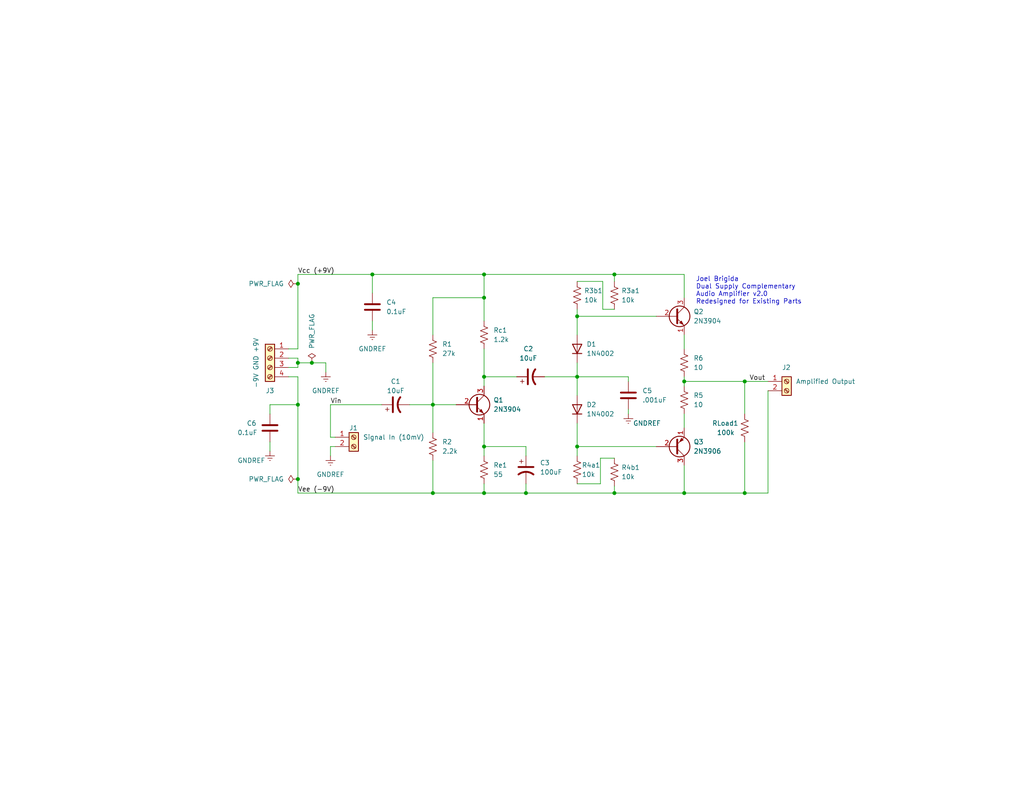
<source format=kicad_sch>
(kicad_sch (version 20230121) (generator eeschema)
  (paper "A")
  (title_block (title "EEL3118 Audio Amplifier") (date "2024-04-29") (rev "0") (company "Joel Brigida") (comment 1 "Using Exact Value Resistors"))
  (lib_symbols
    (symbol "Connector:Screw_Terminal_01x02" (pin_names (offset 1.016) hide)
      (property "Reference" "J" (at 0 2.54 0))
      (property "Value" "Screw_Terminal_01x02" (at 0 -5.08 0))
      (symbol "Screw_Terminal_01x02_1_1"
        (rectangle (start -1.27 1.27) (end 1.27 -3.81) (stroke (width 0.254)) (fill (type background)))
        (circle (center 0 -2.54) (radius 0.635) (stroke (width 0.1524)))
        (polyline (pts (xy -0.5334 -2.2098) (xy 0.3302 -3.048)) (stroke (width 0.1524)))
        (polyline (pts (xy -0.5334 0.3302) (xy 0.3302 -0.508)) (stroke (width 0.1524)))
        (polyline (pts (xy -0.3556 -2.032) (xy 0.508 -2.8702)) (stroke (width 0.1524)))
        (polyline (pts (xy -0.3556 0.508) (xy 0.508 -0.3302)) (stroke (width 0.1524)))
        (circle (center 0 0) (radius 0.635) (stroke (width 0.1524)))
        (pin passive line (at -5.08 0 0) (length 3.81) (name "Pin_1") (number "1"))
        (pin passive line (at -5.08 -2.54 0) (length 3.81) (name "Pin_2") (number "2"))
      )
    )
    (symbol "Connector:Screw_Terminal_01x04" (pin_names (offset 1.016) hide)
      (property "Reference" "J" (at 0 5.08 0))
      (property "Value" "Screw_Terminal_01x04" (at 0 -7.62 0))
      (symbol "Screw_Terminal_01x04_1_1"
        (rectangle (start -1.27 3.81) (end 1.27 -6.35) (stroke (width 0.254)) (fill (type background)))
        (circle (center 0 -5.08) (radius 0.635) (stroke (width 0.1524)))
        (circle (center 0 -2.54) (radius 0.635) (stroke (width 0.1524)))
        (polyline (pts (xy -0.5334 -4.7498) (xy 0.3302 -5.588)) (stroke (width 0.1524)))
        (polyline (pts (xy -0.5334 -2.2098) (xy 0.3302 -3.048)) (stroke (width 0.1524)))
        (polyline (pts (xy -0.5334 0.3302) (xy 0.3302 -0.508)) (stroke (width 0.1524)))
        (polyline (pts (xy -0.5334 2.8702) (xy 0.3302 2.032)) (stroke (width 0.1524)))
        (polyline (pts (xy -0.3556 -4.572) (xy 0.508 -5.4102)) (stroke (width 0.1524)))
        (polyline (pts (xy -0.3556 -2.032) (xy 0.508 -2.8702)) (stroke (width 0.1524)))
        (polyline (pts (xy -0.3556 0.508) (xy 0.508 -0.3302)) (stroke (width 0.1524)))
        (polyline (pts (xy -0.3556 3.048) (xy 0.508 2.2098)) (stroke (width 0.1524)))
        (circle (center 0 0) (radius 0.635) (stroke (width 0.1524)))
        (circle (center 0 2.54) (radius 0.635) (stroke (width 0.1524)))
        (pin passive line (at -5.08 2.54 0) (length 3.81) (name "Pin_1") (number "1"))
        (pin passive line (at -5.08 0 0) (length 3.81) (name "Pin_2") (number "2"))
        (pin passive line (at -5.08 -2.54 0) (length 3.81) (name "Pin_3") (number "3"))
        (pin passive line (at -5.08 -5.08 0) (length 3.81) (name "Pin_4") (number "4"))
      )
    )
    (symbol "Device:C" (pin_numbers hide) (pin_names (offset 0.254))
      (property "Reference" "C" (at 0.635 2.54 0))
      (property "Value" "C" (at 0.635 -2.54 0))
      (symbol "C_0_1"
        (polyline (pts (xy -2.032 -0.762) (xy 2.032 -0.762)) (stroke (width 0.508)))
        (polyline (pts (xy -2.032 0.762) (xy 2.032 0.762)) (stroke (width 0.508)))
      )
      (symbol "C_1_1"
        (pin passive line (at 0 3.81 270) (length 2.794) (name "~") (number "1"))
        (pin passive line (at 0 -3.81 90) (length 2.794) (name "~") (number "2"))
      )
    )
    (symbol "Device:C_Polarized_US" (pin_numbers hide) (pin_names (offset 0.254) hide)
      (property "Reference" "C" (at 0.635 2.54 0))
      (property "Value" "C_Polarized_US" (at 0.635 -2.54 0))
      (symbol "C_Polarized_US_0_1"
        (polyline (pts (xy -2.032 0.762) (xy 2.032 0.762)) (stroke (width 0.508)))
        (polyline (pts (xy -1.778 2.286) (xy -0.762 2.286)))
        (polyline (pts (xy -1.27 1.778) (xy -1.27 2.794)))
        (arc (start 2.032 -1.27) (mid 0 -0.5572) (end -2.032 -1.27) (stroke (width 0.508)))
      )
      (symbol "C_Polarized_US_1_1"
        (pin passive line (at 0 3.81 270) (length 2.794) (name "~") (number "1"))
        (pin passive line (at 0 -3.81 90) (length 3.302) (name "~") (number "2"))
      )
    )
    (symbol "Device:R_US" (pin_numbers hide) (pin_names (offset 0))
      (property "Reference" "R" (at 2.54 0 90))
      (property "Value" "R_US" (at -2.54 0 90))
      (symbol "R_US_0_1"
        (polyline (pts (xy 0 -2.286) (xy 0 -2.54)))
        (polyline (pts (xy 0 2.286) (xy 0 2.54)))
        (polyline (pts (xy 0 -0.762) (xy 1.016 -1.143) (xy 0 -1.524) (xy -1.016 -1.905) (xy 0 -2.286)))
        (polyline (pts (xy 0 0.762) (xy 1.016 0.381) (xy 0 0) (xy -1.016 -0.381) (xy 0 -0.762)))
        (polyline (pts (xy 0 2.286) (xy 1.016 1.905) (xy 0 1.524) (xy -1.016 1.143) (xy 0 0.762)))
      )
      (symbol "R_US_1_1"
        (pin passive line (at 0 3.81 270) (length 1.27) (name "~") (number "1"))
        (pin passive line (at 0 -3.81 90) (length 1.27) (name "~") (number "2"))
      )
    )
    (symbol "Diode:1N4002" (pin_numbers hide) (pin_names hide)
      (property "Reference" "D" (at 0 2.54 0))
      (property "Value" "1N4002" (at 0 -2.54 0))
      (symbol "1N4002_0_1"
        (polyline (pts (xy -1.27 1.27) (xy -1.27 -1.27)) (stroke (width 0.254)))
        (polyline (pts (xy 1.27 0) (xy -1.27 0)))
        (polyline (pts (xy 1.27 1.27) (xy 1.27 -1.27) (xy -1.27 0) (xy 1.27 1.27)) (stroke (width 0.254)))
      )
      (symbol "1N4002_1_1"
        (pin passive line (at -3.81 0 0) (length 2.54) (name "K") (number "1"))
        (pin passive line (at 3.81 0 180) (length 2.54) (name "A") (number "2"))
      )
    )
    (symbol "Transistor_BJT:2N3904" (pin_names (offset 0) hide)
      (property "Reference" "Q" (at 5.08 1.905 0))
      (property "Value" "2N3904" (at 5.08 0 0))
      (symbol "2N3904_0_1"
        (polyline (pts (xy 0.635 0.635) (xy 2.54 2.54)))
        (polyline (pts (xy 0.635 -0.635) (xy 2.54 -2.54) (xy 2.54 -2.54)))
        (polyline (pts (xy 0.635 1.905) (xy 0.635 -1.905) (xy 0.635 -1.905)) (stroke (width 0.508)))
        (polyline (pts (xy 1.27 -1.778) (xy 1.778 -1.27) (xy 2.286 -2.286) (xy 1.27 -1.778) (xy 1.27 -1.778)) (fill (type outline)))
        (circle (center 1.27 0) (radius 2.8194) (stroke (width 0.254)))
      )
      (symbol "2N3904_1_1"
        (pin passive line (at 2.54 -5.08 90) (length 2.54) (name "E") (number "1"))
        (pin passive line (at -5.08 0 0) (length 5.715) (name "B") (number "2"))
        (pin passive line (at 2.54 5.08 270) (length 2.54) (name "C") (number "3"))
      )
    )
    (symbol "Transistor_BJT:2N3906" (pin_names (offset 0) hide)
      (property "Reference" "Q" (at 5.08 1.905 0))
      (property "Value" "2N3906" (at 5.08 0 0))
      (symbol "2N3906_0_1"
        (polyline (pts (xy 0.635 0.635) (xy 2.54 2.54)))
        (polyline (pts (xy 0.635 -0.635) (xy 2.54 -2.54) (xy 2.54 -2.54)))
        (polyline (pts (xy 0.635 1.905) (xy 0.635 -1.905) (xy 0.635 -1.905)) (stroke (width 0.508)))
        (polyline (pts (xy 2.286 -1.778) (xy 1.778 -2.286) (xy 1.27 -1.27) (xy 2.286 -1.778) (xy 2.286 -1.778)) (fill (type outline)))
        (circle (center 1.27 0) (radius 2.8194) (stroke (width 0.254)))
      )
      (symbol "2N3906_1_1"
        (pin passive line (at 2.54 -5.08 90) (length 2.54) (name "E") (number "1"))
        (pin input line (at -5.08 0 0) (length 5.715) (name "B") (number "2"))
        (pin passive line (at 2.54 5.08 270) (length 2.54) (name "C") (number "3"))
      )
    )
    (symbol "power:GNDREF" (power) (pin_names (offset 0))
      (property "Value" "GNDREF" (at 0 -3.81 0))
      (symbol "GNDREF_0_1"
        (polyline (pts (xy -0.635 -1.905) (xy 0.635 -1.905)))
        (polyline (pts (xy -0.127 -2.54) (xy 0.127 -2.54)))
        (polyline (pts (xy 0 -1.27) (xy 0 0)))
        (polyline (pts (xy 1.27 -1.27) (xy -1.27 -1.27)))
      )
      (symbol "GNDREF_1_1"
        (pin power_in line (at 0 0 270) (length 0) hide (name "GNDREF") (number "1"))
      )
    )
    (symbol "power:PWR_FLAG" (power) (pin_numbers hide) (pin_names (offset 0) hide)
      (property "Value" "PWR_FLAG" (at 0 3.81 0))
      (symbol "PWR_FLAG_0_0"
        (pin power_out line (at 0 0 90) (length 0) (name "pwr") (number "1"))
      )
      (symbol "PWR_FLAG_0_1"
        (polyline (pts (xy 0 0) (xy 0 1.27) (xy -1.016 1.905) (xy 0 2.54) (xy 1.016 1.905) (xy 0 1.27)))
      )
    )
  )
  (junction (at 101.6 74.93))
  (junction (at 132.08 74.93))
  (junction (at 157.48 121.92))
  (junction (at 186.69 134.62))
  (junction (at 81.28 130.81))
  (junction (at 157.48 102.87))
  (junction (at 186.69 104.14))
  (junction (at 81.28 77.47))
  (junction (at 118.11 134.62))
  (junction (at 132.08 81.28))
  (junction (at 85.09 99.06))
  (junction (at 132.08 102.87))
  (junction (at 81.28 99.06))
  (junction (at 157.48 86.36))
  (junction (at 81.28 110.49))
  (junction (at 167.64 74.93))
  (junction (at 132.08 121.92))
  (junction (at 203.2 104.14))
  (junction (at 132.08 134.62))
  (junction (at 203.2 134.62))
  (junction (at 167.64 134.62))
  (junction (at 143.51 134.62))
  (junction (at 118.11 110.49))
  (wire (pts (xy 164.465 76.835) (xy 157.48 76.835)))
  (wire (pts (xy 132.08 81.28) (xy 132.08 87.63)))
  (wire (pts (xy 167.64 74.93) (xy 167.64 76.835)))
  (wire (pts (xy 209.55 134.62) (xy 203.2 134.62)))
  (wire (pts (xy 157.48 121.92) (xy 179.07 121.92)))
  (wire (pts (xy 186.69 127) (xy 186.69 134.62)))
  (wire (pts (xy 203.2 120.65) (xy 203.2 134.62)))
  (wire (pts (xy 81.28 77.47) (xy 81.28 95.25)))
  (wire (pts (xy 132.08 121.92) (xy 132.08 124.46)))
  (wire (pts (xy 186.69 104.14) (xy 186.69 105.41)))
  (wire (pts (xy 81.28 130.81) (xy 81.28 134.62)))
  (wire (pts (xy 118.11 134.62) (xy 118.11 125.73)))
  (wire (pts (xy 186.69 113.03) (xy 186.69 116.84)))
  (wire (pts (xy 209.55 106.68) (xy 209.55 134.62)))
  (wire (pts (xy 88.9 99.06) (xy 88.9 101.6)))
  (wire (pts (xy 81.28 99.06) (xy 85.09 99.06)))
  (wire (pts (xy 132.08 115.57) (xy 132.08 121.92)))
  (wire (pts (xy 91.44 121.92) (xy 90.17 121.92)))
  (wire (pts (xy 81.28 97.79) (xy 78.74 97.79)))
  (wire (pts (xy 132.08 134.62) (xy 143.51 134.62)))
  (wire (pts (xy 132.08 121.92) (xy 143.51 121.92)))
  (wire (pts (xy 143.51 121.92) (xy 143.51 124.46)))
  (wire (pts (xy 171.45 102.87) (xy 171.45 104.14)))
  (wire (pts (xy 132.08 134.62) (xy 118.11 134.62)))
  (wire (pts (xy 118.11 81.28) (xy 118.11 91.44)))
  (wire (pts (xy 101.6 74.93) (xy 101.6 80.01)))
  (wire (pts (xy 203.2 104.14) (xy 209.55 104.14)))
  (wire (pts (xy 73.66 110.49) (xy 81.28 110.49)))
  (wire (pts (xy 111.76 110.49) (xy 118.11 110.49)))
  (wire (pts (xy 157.48 115.57) (xy 157.48 121.92)))
  (wire (pts (xy 157.48 121.92) (xy 157.48 124.46)))
  (wire (pts (xy 186.69 102.87) (xy 186.69 104.14)))
  (wire (pts (xy 132.08 132.08) (xy 132.08 134.62)))
  (wire (pts (xy 157.48 102.87) (xy 171.45 102.87)))
  (wire (pts (xy 81.28 74.93) (xy 101.6 74.93)))
  (wire (pts (xy 163.83 125.095) (xy 167.64 125.095)))
  (wire (pts (xy 132.08 95.25) (xy 132.08 102.87)))
  (wire (pts (xy 143.51 134.62) (xy 167.64 134.62)))
  (wire (pts (xy 132.08 74.93) (xy 167.64 74.93)))
  (wire (pts (xy 90.17 121.92) (xy 90.17 124.46)))
  (wire (pts (xy 186.69 95.25) (xy 186.69 91.44)))
  (wire (pts (xy 78.74 100.33) (xy 81.28 100.33)))
  (wire (pts (xy 90.17 110.49) (xy 90.17 119.38)))
  (wire (pts (xy 118.11 110.49) (xy 124.46 110.49)))
  (wire (pts (xy 186.69 81.28) (xy 186.69 74.93)))
  (wire (pts (xy 81.28 77.47) (xy 81.28 74.93)))
  (wire (pts (xy 73.66 120.65) (xy 73.66 123.19)))
  (wire (pts (xy 167.64 134.62) (xy 186.69 134.62)))
  (wire (pts (xy 157.48 99.06) (xy 157.48 102.87)))
  (wire (pts (xy 157.48 84.455) (xy 157.48 86.36)))
  (wire (pts (xy 203.2 104.14) (xy 203.2 113.03)))
  (wire (pts (xy 157.48 102.87) (xy 157.48 107.95)))
  (wire (pts (xy 81.28 110.49) (xy 81.28 130.81)))
  (wire (pts (xy 73.66 110.49) (xy 73.66 113.03)))
  (wire (pts (xy 118.11 81.28) (xy 132.08 81.28)))
  (wire (pts (xy 81.28 134.62) (xy 118.11 134.62)))
  (wire (pts (xy 148.59 102.87) (xy 157.48 102.87)))
  (wire (pts (xy 157.48 132.08) (xy 163.83 132.08)))
  (wire (pts (xy 85.09 99.06) (xy 88.9 99.06)))
  (wire (pts (xy 167.64 74.93) (xy 186.69 74.93)))
  (wire (pts (xy 81.28 97.79) (xy 81.28 99.06)))
  (wire (pts (xy 118.11 99.06) (xy 118.11 110.49)))
  (wire (pts (xy 78.74 95.25) (xy 81.28 95.25)))
  (wire (pts (xy 118.11 110.49) (xy 118.11 118.11)))
  (wire (pts (xy 132.08 102.87) (xy 140.97 102.87)))
  (wire (pts (xy 132.08 74.93) (xy 132.08 81.28)))
  (wire (pts (xy 163.83 132.08) (xy 163.83 125.095)))
  (wire (pts (xy 101.6 74.93) (xy 132.08 74.93)))
  (wire (pts (xy 167.64 84.455) (xy 164.465 84.455)))
  (wire (pts (xy 81.28 100.33) (xy 81.28 99.06)))
  (wire (pts (xy 171.45 111.76) (xy 171.45 113.03)))
  (wire (pts (xy 186.69 104.14) (xy 203.2 104.14)))
  (wire (pts (xy 90.17 119.38) (xy 91.44 119.38)))
  (wire (pts (xy 81.28 102.87) (xy 81.28 110.49)))
  (wire (pts (xy 78.74 102.87) (xy 81.28 102.87)))
  (wire (pts (xy 132.08 105.41) (xy 132.08 102.87)))
  (wire (pts (xy 157.48 86.36) (xy 157.48 91.44)))
  (wire (pts (xy 167.64 132.715) (xy 167.64 134.62)))
  (wire (pts (xy 101.6 87.63) (xy 101.6 90.17)))
  (wire (pts (xy 203.2 134.62) (xy 186.69 134.62)))
  (wire (pts (xy 143.51 132.08) (xy 143.51 134.62)))
  (wire (pts (xy 90.17 110.49) (xy 104.14 110.49)))
  (wire (pts (xy 164.465 84.455) (xy 164.465 76.835)))
  (wire (pts (xy 157.48 86.36) (xy 179.07 86.36)))
  (text "Joel Brigida\nDual Supply Complementary\nAudio Amplifier v2.0\nRedesigned for Existing Parts" (at 189.865 83.185 0) (effects (font (size 1.27 1.27)) (justify left bottom)))
  (label "Vin" (at 90.17 110.49 0))
  (label "Vout" (at 204.47 104.14 0))
  (label "Vcc (+9V)" (at 81.28 74.93 0))
  (label "Vee (-9V)" (at 81.28 134.62 0))
  (symbol (lib_id "power:PWR_FLAG") (at 85.09 99.06 0) (unit 1)
    (property "Reference" "#FLG03" (effects hide))
    (property "Value" "PWR_FLAG" (at 85.09 95.25 90) (effects (justify left)))
  )
  (symbol (lib_id "Device:R_US") (at 132.08 128.27 180) (unit 1)
    (property "Reference" "Re1" (at 134.62 127 0) (effects (justify right)))
    (property "Value" "55" (at 134.62 129.54 0) (effects (justify right)))
    (property "Footprint" "Resistor_THT:R_Axial_DIN0207_L6.3mm_D2.5mm_P10.16mm_Horizontal" (effects hide))
  )
  (symbol (lib_id "Diode:1N4002") (at 157.48 111.76 90) (unit 1)
    (property "Reference" "D2" (at 160.02 110.49 90) (effects (justify right)))
    (property "Value" "1N4002" (at 160.02 113.03 90) (effects (justify right)))
    (property "Footprint" "Diode_THT:D_DO-41_SOD81_P10.16mm_Horizontal" (effects hide))
    (property "Datasheet" "http://www.vishay.com/docs/88503/1n4001.pdf" (effects hide))
    (property "Sim.Device" "D" (effects hide))
    (property "Sim.Pins" "1=K 2=A" (effects hide))
  )
  (symbol (lib_id "Device:R_US") (at 167.64 80.645 180) (unit 1)
    (property "Reference" "R3a1" (at 169.545 79.375 0) (effects (justify right)))
    (property "Value" "10k" (at 169.545 81.915 0) (effects (justify right)))
    (property "Footprint" "Resistor_THT:R_Axial_DIN0207_L6.3mm_D2.5mm_P10.16mm_Horizontal" (effects hide))
  )
  (symbol (lib_id "Connector:Screw_Terminal_01x02") (at 214.63 104.14 0) (unit 1)
    (property "Reference" "J2" (at 213.36 100.33 0) (effects (justify left)))
    (property "Value" "Amplified Output" (at 217.17 104.14 0) (effects (justify left)))
    (property "Footprint" "TerminalBlock_TE-Connectivity:TerminalBlock_TE_282834-2_1x02_P2.54mm_Horizontal" (effects hide))
  )
  (symbol (lib_id "Connector:Screw_Terminal_01x04") (at 73.66 97.79 0) (mirror y) (unit 1)
    (property "Reference" "J3" (at 73.66 106.68 0))
    (property "Value" "-9V GND +9V" (at 69.85 99.06 90))
    (property "Footprint" "TerminalBlock_TE-Connectivity:TerminalBlock_TE_282834-4_1x04_P2.54mm_Horizontal" (effects hide))
  )
  (symbol (lib_id "power:GNDREF") (at 171.45 113.03 0) (unit 1)
    (property "Reference" "#PWR01" (effects hide))
    (property "Value" "GNDREF" (at 176.53 115.57 0))
  )
  (symbol (lib_id "Device:R_US") (at 118.11 121.92 180) (unit 1)
    (property "Reference" "R2" (at 120.65 120.65 0) (effects (justify right)))
    (property "Value" "2.2k" (at 120.65 123.19 0) (effects (justify right)))
    (property "Footprint" "Resistor_THT:R_Axial_DIN0207_L6.3mm_D2.5mm_P10.16mm_Horizontal" (effects hide))
  )
  (symbol (lib_id "Connector:Screw_Terminal_01x02") (at 96.52 119.38 0) (unit 1)
    (property "Reference" "J1" (at 95.25 116.84 0) (effects (justify left)))
    (property "Value" "Signal In (10mV)" (at 99.06 119.38 0) (effects (justify left)))
    (property "Footprint" "TerminalBlock_TE-Connectivity:TerminalBlock_TE_282834-2_1x02_P2.54mm_Horizontal" (effects hide))
  )
  (symbol (lib_id "power:GNDREF") (at 101.6 90.17 0) (unit 1)
    (property "Reference" "#PWR03" (effects hide))
    (property "Value" "GNDREF" (at 101.6 95.25 0))
  )
  (symbol (lib_id "power:GNDREF") (at 90.17 124.46 0) (unit 1)
    (property "Reference" "#PWR05" (effects hide))
    (property "Value" "GNDREF" (at 90.17 129.54 0))
  )
  (symbol (lib_id "Device:R_US") (at 157.48 80.645 180) (unit 1)
    (property "Reference" "R3b1" (at 159.385 79.375 0) (effects (justify right)))
    (property "Value" "10k" (at 159.385 81.915 0) (effects (justify right)))
    (property "Footprint" "Resistor_THT:R_Axial_DIN0207_L6.3mm_D2.5mm_P10.16mm_Horizontal" (effects hide))
  )
  (symbol (lib_id "power:PWR_FLAG") (at 81.28 77.47 90) (unit 1)
    (property "Reference" "#FLG01" (effects hide))
    (property "Value" "PWR_FLAG" (at 77.47 77.47 90) (effects (justify left)))
  )
  (symbol (lib_id "power:GNDREF") (at 73.66 123.19 0) (unit 1)
    (property "Reference" "#PWR04" (effects hide))
    (property "Value" "GNDREF" (at 68.58 125.73 0))
  )
  (symbol (lib_id "Transistor_BJT:2N3904") (at 184.15 86.36 0) (unit 1)
    (property "Reference" "Q2" (at 189.23 85.09 0) (effects (justify left)))
    (property "Value" "2N3904" (at 189.23 87.63 0) (effects (justify left)))
    (property "Footprint" "Package_TO_SOT_THT:TO-92_Inline" (effects hide))
    (property "Datasheet" "https://www.onsemi.com/pub/Collateral/2N3903-D.PDF" (effects hide))
  )
  (symbol (lib_id "Device:C") (at 171.45 107.95 0) (unit 1)
    (property "Reference" "C5" (at 175.26 106.68 0) (effects (justify left)))
    (property "Value" ".001uF" (at 175.26 109.22 0) (effects (justify left)))
    (property "Footprint" "Capacitor_THT:C_Disc_D6.0mm_W2.5mm_P5.00mm" (effects hide))
  )
  (symbol (lib_id "Device:C_Polarized_US") (at 143.51 128.27 0) (unit 1)
    (property "Reference" "C3" (at 147.32 126.365 0) (effects (justify left)))
    (property "Value" "100uF" (at 147.32 128.905 0) (effects (justify left)))
    (property "Footprint" "Capacitor_THT:CP_Radial_D7.5mm_P2.50mm" (effects hide))
  )
  (symbol (lib_id "Device:R_US") (at 186.69 109.22 180) (unit 1)
    (property "Reference" "R5" (at 189.23 107.95 0) (effects (justify right)))
    (property "Value" "10" (at 189.23 110.49 0) (effects (justify right)))
    (property "Footprint" "Resistor_THT:R_Axial_DIN0207_L6.3mm_D2.5mm_P10.16mm_Horizontal" (effects hide))
  )
  (symbol (lib_id "Device:R_US") (at 157.48 128.27 180) (unit 1)
    (property "Reference" "R4a1" (at 158.75 127 0) (effects (justify right)))
    (property "Value" "10k" (at 158.75 129.54 0) (effects (justify right)))
    (property "Footprint" "Resistor_THT:R_Axial_DIN0207_L6.3mm_D2.5mm_P10.16mm_Horizontal" (effects hide))
  )
  (symbol (lib_id "power:PWR_FLAG") (at 81.28 130.81 90) (unit 1)
    (property "Reference" "#FLG02" (effects hide))
    (property "Value" "PWR_FLAG" (at 77.47 130.81 90) (effects (justify left)))
  )
  (symbol (lib_id "power:GNDREF") (at 88.9 101.6 0) (unit 1)
    (property "Reference" "#PWR02" (effects hide))
    (property "Value" "GNDREF" (at 88.9 106.68 0))
  )
  (symbol (lib_id "Device:C") (at 101.6 83.82 180) (unit 1)
    (property "Reference" "C4" (at 105.41 82.55 0) (effects (justify right)))
    (property "Value" "0.1uF" (at 105.41 85.09 0) (effects (justify right)))
    (property "Footprint" "Capacitor_THT:C_Disc_D6.0mm_W2.5mm_P5.00mm" (effects hide))
  )
  (symbol (lib_id "Transistor_BJT:2N3904") (at 129.54 110.49 0) (unit 1)
    (property "Reference" "Q1" (at 134.62 109.22 0) (effects (justify left)))
    (property "Value" "2N3904" (at 134.62 111.76 0) (effects (justify left)))
    (property "Footprint" "Package_TO_SOT_THT:TO-92_Inline" (effects hide))
    (property "Datasheet" "https://www.onsemi.com/pub/Collateral/2N3903-D.PDF" (effects hide))
  )
  (symbol (lib_id "Device:R_US") (at 167.64 128.905 180) (unit 1)
    (property "Reference" "R4b1" (at 169.545 127.635 0) (effects (justify right)))
    (property "Value" "10k" (at 169.545 130.175 0) (effects (justify right)))
    (property "Footprint" "Resistor_THT:R_Axial_DIN0207_L6.3mm_D2.5mm_P10.16mm_Horizontal" (effects hide))
  )
  (symbol (lib_id "Device:C_Polarized_US") (at 107.95 110.49 90) (unit 1)
    (property "Reference" "C1" (at 107.95 104.14 90))
    (property "Value" "10uF" (at 107.95 106.68 90))
    (property "Footprint" "Capacitor_THT:CP_Radial_D5.0mm_P2.00mm" (effects hide))
  )
  (symbol (lib_id "Device:R_US") (at 186.69 99.06 180) (unit 1)
    (property "Reference" "R6" (at 189.23 97.79 0) (effects (justify right)))
    (property "Value" "10" (at 189.23 100.33 0) (effects (justify right)))
    (property "Footprint" "Resistor_THT:R_Axial_DIN0207_L6.3mm_D2.5mm_P10.16mm_Horizontal" (effects hide))
  )
  (symbol (lib_id "Device:R_US") (at 203.2 116.84 180) (unit 1)
    (property "Reference" "RLoad1" (at 194.31 115.57 0) (effects (justify right)))
    (property "Value" "100k" (at 195.58 118.11 0) (effects (justify right)))
    (property "Footprint" "Resistor_THT:R_Axial_DIN0207_L6.3mm_D2.5mm_P10.16mm_Horizontal" (effects hide))
  )
  (symbol (lib_id "Device:C") (at 73.66 116.84 0) (unit 1)
    (property "Reference" "C6" (at 67.31 115.57 0) (effects (justify left)))
    (property "Value" "0.1uF" (at 64.77 118.11 0) (effects (justify left)))
    (property "Footprint" "Capacitor_THT:C_Disc_D6.0mm_W2.5mm_P5.00mm" (effects hide))
  )
  (symbol (lib_id "Diode:1N4002") (at 157.48 95.25 90) (unit 1)
    (property "Reference" "D1" (at 160.02 93.98 90) (effects (justify right)))
    (property "Value" "1N4002" (at 160.02 96.52 90) (effects (justify right)))
    (property "Footprint" "Diode_THT:D_DO-41_SOD81_P10.16mm_Horizontal" (effects hide))
    (property "Datasheet" "http://www.vishay.com/docs/88503/1n4001.pdf" (effects hide))
    (property "Sim.Device" "D" (effects hide))
    (property "Sim.Pins" "1=K 2=A" (effects hide))
  )
  (symbol (lib_id "Device:C_Polarized_US") (at 144.78 102.87 90) (unit 1)
    (property "Reference" "C2" (at 144.145 95.25 90))
    (property "Value" "10uF" (at 144.145 97.79 90))
    (property "Footprint" "Capacitor_THT:CP_Radial_D5.0mm_P2.00mm" (effects hide))
  )
  (symbol (lib_id "Transistor_BJT:2N3906") (at 184.15 121.92 0) (mirror x) (unit 1)
    (property "Reference" "Q3" (at 189.23 120.65 0) (effects (justify left)))
    (property "Value" "2N3906" (at 189.23 123.19 0) (effects (justify left)))
    (property "Footprint" "Package_TO_SOT_THT:TO-92_Inline" (effects hide))
    (property "Datasheet" "https://www.onsemi.com/pub/Collateral/2N3906-D.PDF" (effects hide))
  )
  (symbol (lib_id "Device:R_US") (at 132.08 91.44 180) (unit 1)
    (property "Reference" "Rc1" (at 134.62 90.17 0) (effects (justify right)))
    (property "Value" "1.2k" (at 134.62 92.71 0) (effects (justify right)))
    (property "Footprint" "Resistor_THT:R_Axial_DIN0207_L6.3mm_D2.5mm_P10.16mm_Horizontal" (effects hide))
  )
  (symbol (lib_id "Device:R_US") (at 118.11 95.25 180) (unit 1)
    (property "Reference" "R1" (at 120.65 93.98 0) (effects (justify right)))
    (property "Value" "27k" (at 120.65 96.52 0) (effects (justify right)))
    (property "Footprint" "Resistor_THT:R_Axial_DIN0207_L6.3mm_D2.5mm_P10.16mm_Horizontal" (effects hide))
  )
)
</source>
